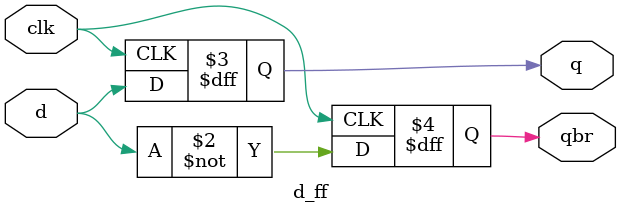
<source format=v>

module d_ff(q,qbr,clk,d);
  
  output reg q;
  output reg qbr;
  input clk,d;

  always @(posedge clk)
    begin
      q <= d;
      qbr <= ~d;
    end

endmodule

</source>
